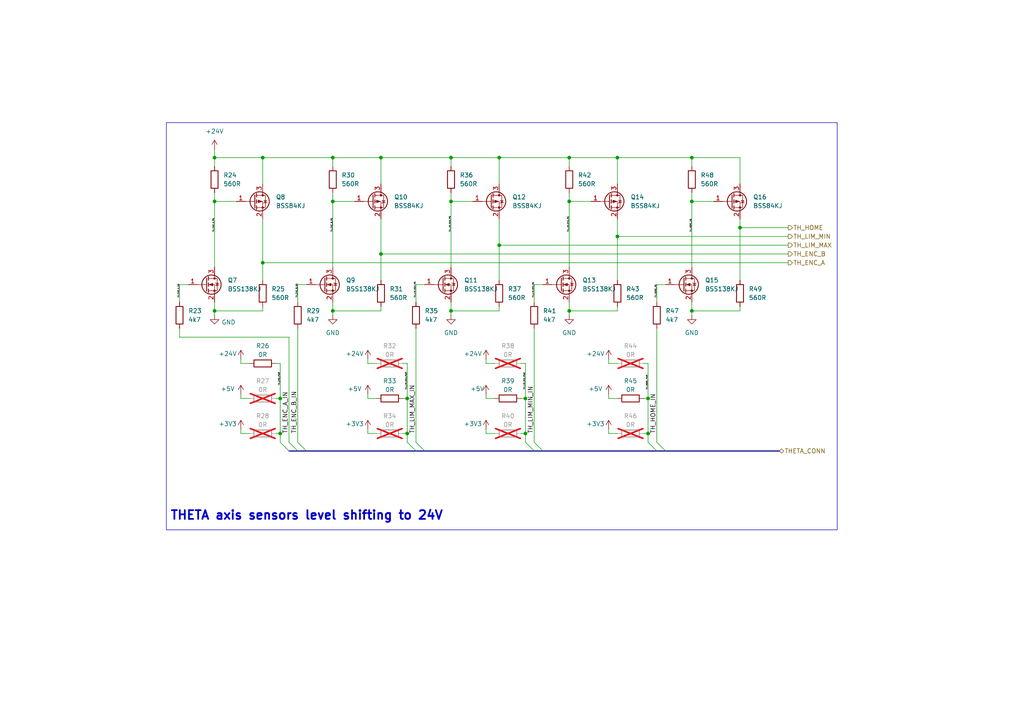
<source format=kicad_sch>
(kicad_sch (version 20231120) (generator "eeschema") (generator_version "8.0")
  (paper "A4")
  (title_block (title "Karcsi (INDACT Robot Arm) - Aux. Control Board 3") (date "2024-05-04") (rev "1.0") (company "LEGO Kör (legokor.hu)") (comment 1 "Designed by Panka Horváth, Gergely Halász, Máté Kovács") (comment 2 "Reviewed by Máté Kovács, "))
  (lib_symbols
    (symbol "Device:R" (pin_numbers hide) (pin_names (offset 0))
      (property "Reference" "R" (at 2.032 0 90))
      (property "Value" "R" (at 0 0 90))
      (symbol "R_0_1"
        (rectangle (start -1.016 -2.54) (end 1.016 2.54) (stroke (width 0.254)))
      )
      (symbol "R_1_1"
        (pin passive line (at 0 3.81 270) (length 1.27) (name "~") (number "1"))
        (pin passive line (at 0 -3.81 90) (length 1.27) (name "~") (number "2"))
      )
    )
    (symbol "Transistor_FET:BSS138" (pin_names hide)
      (property "Reference" "Q" (at 5.08 1.905 0))
      (property "Value" "BSS138" (at 5.08 0 0))
      (symbol "BSS138_0_1"
        (polyline (pts (xy 0.254 0) (xy -2.54 0)))
        (polyline (pts (xy 0.254 1.905) (xy 0.254 -1.905)) (stroke (width 0.254)))
        (polyline (pts (xy 0.762 -1.27) (xy 0.762 -2.286)) (stroke (width 0.254)))
        (polyline (pts (xy 0.762 0.508) (xy 0.762 -0.508)) (stroke (width 0.254)))
        (polyline (pts (xy 0.762 2.286) (xy 0.762 1.27)) (stroke (width 0.254)))
        (polyline (pts (xy 2.54 2.54) (xy 2.54 1.778)))
        (polyline (pts (xy 2.54 -2.54) (xy 2.54 0) (xy 0.762 0)))
        (polyline (pts (xy 0.762 -1.778) (xy 3.302 -1.778) (xy 3.302 1.778) (xy 0.762 1.778)))
        (polyline (pts (xy 1.016 0) (xy 2.032 0.381) (xy 2.032 -0.381) (xy 1.016 0)) (fill (type outline)))
        (polyline (pts (xy 2.794 0.508) (xy 2.921 0.381) (xy 3.683 0.381) (xy 3.81 0.254)))
        (polyline (pts (xy 3.302 0.381) (xy 2.921 -0.254) (xy 3.683 -0.254) (xy 3.302 0.381)))
        (circle (center 1.651 0) (radius 2.794) (stroke (width 0.254)))
        (circle (center 2.54 -1.778) (radius 0.254) (fill (type outline)))
        (circle (center 2.54 1.778) (radius 0.254) (fill (type outline)))
      )
      (symbol "BSS138_1_1"
        (pin input line (at -5.08 0 0) (length 2.54) (name "G") (number "1"))
        (pin passive line (at 2.54 -5.08 90) (length 2.54) (name "S") (number "2"))
        (pin passive line (at 2.54 5.08 270) (length 2.54) (name "D") (number "3"))
      )
    )
    (symbol "Transistor_FET:BSS84" (pin_names hide)
      (property "Reference" "Q" (at 5.08 1.905 0))
      (property "Value" "BSS84" (at 5.08 0 0))
      (symbol "BSS84_0_1"
        (polyline (pts (xy 0.254 0) (xy -2.54 0)))
        (polyline (pts (xy 0.254 1.905) (xy 0.254 -1.905)) (stroke (width 0.254)))
        (polyline (pts (xy 0.762 -1.27) (xy 0.762 -2.286)) (stroke (width 0.254)))
        (polyline (pts (xy 0.762 0.508) (xy 0.762 -0.508)) (stroke (width 0.254)))
        (polyline (pts (xy 0.762 2.286) (xy 0.762 1.27)) (stroke (width 0.254)))
        (polyline (pts (xy 2.54 2.54) (xy 2.54 1.778)))
        (polyline (pts (xy 2.54 -2.54) (xy 2.54 0) (xy 0.762 0)))
        (polyline (pts (xy 0.762 1.778) (xy 3.302 1.778) (xy 3.302 -1.778) (xy 0.762 -1.778)))
        (polyline (pts (xy 2.286 0) (xy 1.27 0.381) (xy 1.27 -0.381) (xy 2.286 0)) (fill (type outline)))
        (polyline (pts (xy 2.794 -0.508) (xy 2.921 -0.381) (xy 3.683 -0.381) (xy 3.81 -0.254)))
        (polyline (pts (xy 3.302 -0.381) (xy 2.921 0.254) (xy 3.683 0.254) (xy 3.302 -0.381)))
        (circle (center 1.651 0) (radius 2.794) (stroke (width 0.254)))
        (circle (center 2.54 -1.778) (radius 0.254) (fill (type outline)))
        (circle (center 2.54 1.778) (radius 0.254) (fill (type outline)))
      )
      (symbol "BSS84_1_1"
        (pin input line (at -5.08 0 0) (length 2.54) (name "G") (number "1"))
        (pin passive line (at 2.54 -5.08 90) (length 2.54) (name "S") (number "2"))
        (pin passive line (at 2.54 5.08 270) (length 2.54) (name "D") (number "3"))
      )
    )
    (symbol "power:+24V" (power) (pin_numbers hide) (pin_names (offset 0) hide)
      (property "Value" "+24V" (at 0 3.556 0))
      (symbol "+24V_0_1"
        (polyline (pts (xy -0.762 1.27) (xy 0 2.54)))
        (polyline (pts (xy 0 0) (xy 0 2.54)))
        (polyline (pts (xy 0 2.54) (xy 0.762 1.27)))
      )
      (symbol "+24V_1_1"
        (pin power_in line (at 0 0 90) (length 0) (name "~") (number "1"))
      )
    )
    (symbol "power:+3V3" (power) (pin_numbers hide) (pin_names (offset 0) hide)
      (property "Value" "+3V3" (at 0 3.556 0))
      (symbol "+3V3_0_1"
        (polyline (pts (xy -0.762 1.27) (xy 0 2.54)))
        (polyline (pts (xy 0 0) (xy 0 2.54)))
        (polyline (pts (xy 0 2.54) (xy 0.762 1.27)))
      )
      (symbol "+3V3_1_1"
        (pin power_in line (at 0 0 90) (length 0) (name "~") (number "1"))
      )
    )
    (symbol "power:+5V" (power) (pin_numbers hide) (pin_names (offset 0) hide)
      (property "Value" "+5V" (at 0 3.556 0))
      (symbol "+5V_0_1"
        (polyline (pts (xy -0.762 1.27) (xy 0 2.54)))
        (polyline (pts (xy 0 0) (xy 0 2.54)))
        (polyline (pts (xy 0 2.54) (xy 0.762 1.27)))
      )
      (symbol "+5V_1_1"
        (pin power_in line (at 0 0 90) (length 0) (name "~") (number "1"))
      )
    )
    (symbol "power:GND" (power) (pin_numbers hide) (pin_names (offset 0) hide)
      (property "Value" "GND" (at 0 -3.81 0))
      (symbol "GND_0_1"
        (polyline (pts (xy 0 0) (xy 0 -1.27) (xy 1.27 -1.27) (xy 0 -2.54) (xy -1.27 -1.27) (xy 0 -1.27)))
      )
      (symbol "GND_1_1"
        (pin power_in line (at 0 0 270) (length 0) (name "~") (number "1"))
      )
    )
  )
  (junction (at 76.2 45.72))
  (junction (at 62.23 58.42))
  (junction (at 165.1 90.17))
  (junction (at 96.52 45.72))
  (junction (at 110.49 73.66))
  (junction (at 200.66 45.72))
  (junction (at 144.78 71.12))
  (junction (at 96.52 90.17))
  (junction (at 214.63 66.04))
  (junction (at 130.81 90.17))
  (junction (at 187.96 125.73))
  (junction (at 76.2 76.2))
  (junction (at 152.4 115.57))
  (junction (at 200.66 58.42))
  (junction (at 62.23 45.72))
  (junction (at 152.4 125.73))
  (junction (at 118.11 115.57))
  (junction (at 118.11 125.73))
  (junction (at 144.78 45.72))
  (junction (at 110.49 45.72))
  (junction (at 200.66 90.17))
  (junction (at 62.23 90.17))
  (junction (at 81.28 125.73))
  (junction (at 165.1 45.72))
  (junction (at 130.81 45.72))
  (junction (at 96.52 58.42))
  (junction (at 130.81 58.42))
  (junction (at 81.28 115.57))
  (junction (at 179.07 45.72))
  (junction (at 165.1 58.42))
  (junction (at 187.96 115.57))
  (junction (at 179.07 68.58))
  (bus_entry (at 120.65 128.27) (size 2.54 2.54))
  (bus_entry (at 86.36 128.27) (size 2.54 2.54))
  (bus_entry (at 81.28 128.27) (size 2.54 2.54))
  (bus_entry (at 187.96 128.27) (size 2.54 2.54))
  (bus_entry (at 83.82 128.27) (size 2.54 2.54))
  (bus_entry (at 152.4 128.27) (size 2.54 2.54))
  (bus_entry (at 118.11 128.27) (size 2.54 2.54))
  (bus_entry (at 190.5 128.27) (size 2.54 2.54))
  (bus_entry (at 154.94 128.27) (size 2.54 2.54))
  (wire (pts (xy 120.65 95.25) (xy 120.65 128.27)))
  (wire (pts (xy 165.1 87.63) (xy 165.1 90.17)))
  (wire (pts (xy 179.07 45.72) (xy 200.66 45.72)))
  (wire (pts (xy 152.4 128.27) (xy 152.4 125.73)))
  (wire (pts (xy 176.53 115.57) (xy 176.53 114.3)))
  (wire (pts (xy 76.2 76.2) (xy 228.6 76.2)))
  (wire (pts (xy 214.63 66.04) (xy 214.63 81.28)))
  (wire (pts (xy 96.52 58.42) (xy 96.52 77.47)))
  (wire (pts (xy 144.78 90.17) (xy 130.81 90.17)))
  (wire (pts (xy 179.07 63.5) (xy 179.07 68.58)))
  (wire (pts (xy 83.82 128.27) (xy 83.82 97.79)))
  (wire (pts (xy 214.63 66.04) (xy 228.6 66.04)))
  (wire (pts (xy 152.4 115.57) (xy 151.13 115.57)))
  (wire (pts (xy 72.39 115.57) (xy 69.85 115.57)))
  (wire (pts (xy 143.51 115.57) (xy 140.97 115.57)))
  (wire (pts (xy 69.85 105.41) (xy 69.85 104.14)))
  (wire (pts (xy 62.23 87.63) (xy 62.23 90.17)))
  (wire (pts (xy 110.49 45.72) (xy 130.81 45.72)))
  (wire (pts (xy 200.66 58.42) (xy 200.66 77.47)))
  (wire (pts (xy 140.97 105.41) (xy 140.97 104.14)))
  (wire (pts (xy 130.81 55.88) (xy 130.81 58.42)))
  (wire (pts (xy 190.5 95.25) (xy 190.5 128.27)))
  (wire (pts (xy 96.52 90.17) (xy 96.52 91.44)))
  (wire (pts (xy 120.65 87.63) (xy 120.65 82.55)))
  (wire (pts (xy 52.07 95.25) (xy 52.07 97.79)))
  (wire (pts (xy 179.07 68.58) (xy 228.6 68.58)))
  (bus (pts (xy 157.48 130.81) (xy 190.5 130.81)))
  (wire (pts (xy 200.66 87.63) (xy 200.66 90.17)))
  (wire (pts (xy 118.11 128.27) (xy 118.11 125.73)))
  (wire (pts (xy 118.11 115.57) (xy 118.11 105.41)))
  (wire (pts (xy 200.66 90.17) (xy 200.66 91.44)))
  (wire (pts (xy 106.68 125.73) (xy 106.68 124.46)))
  (wire (pts (xy 179.07 90.17) (xy 165.1 90.17)))
  (wire (pts (xy 143.51 105.41) (xy 140.97 105.41)))
  (wire (pts (xy 152.4 125.73) (xy 152.4 115.57)))
  (wire (pts (xy 81.28 125.73) (xy 81.28 115.57)))
  (wire (pts (xy 62.23 45.72) (xy 76.2 45.72)))
  (wire (pts (xy 152.4 105.41) (xy 151.13 105.41)))
  (wire (pts (xy 76.2 90.17) (xy 62.23 90.17)))
  (wire (pts (xy 110.49 63.5) (xy 110.49 73.66)))
  (wire (pts (xy 109.22 125.73) (xy 106.68 125.73)))
  (wire (pts (xy 81.28 115.57) (xy 80.01 115.57)))
  (wire (pts (xy 176.53 125.73) (xy 176.53 124.46)))
  (wire (pts (xy 72.39 125.73) (xy 69.85 125.73)))
  (wire (pts (xy 187.96 115.57) (xy 187.96 105.41)))
  (wire (pts (xy 62.23 90.17) (xy 62.23 91.44)))
  (wire (pts (xy 109.22 115.57) (xy 106.68 115.57)))
  (wire (pts (xy 76.2 45.72) (xy 76.2 53.34)))
  (wire (pts (xy 118.11 115.57) (xy 116.84 115.57)))
  (wire (pts (xy 130.81 87.63) (xy 130.81 90.17)))
  (wire (pts (xy 179.07 105.41) (xy 176.53 105.41)))
  (bus (pts (xy 190.5 130.81) (xy 193.04 130.81)))
  (wire (pts (xy 152.4 125.73) (xy 151.13 125.73)))
  (wire (pts (xy 76.2 45.72) (xy 96.52 45.72)))
  (wire (pts (xy 176.53 105.41) (xy 176.53 104.14)))
  (wire (pts (xy 118.11 125.73) (xy 116.84 125.73)))
  (wire (pts (xy 214.63 88.9) (xy 214.63 90.17)))
  (wire (pts (xy 110.49 73.66) (xy 110.49 81.28)))
  (wire (pts (xy 62.23 45.72) (xy 62.23 48.26)))
  (bus (pts (xy 154.94 130.81) (xy 157.48 130.81)))
  (bus (pts (xy 86.36 130.81) (xy 88.9 130.81)))
  (wire (pts (xy 190.5 87.63) (xy 190.5 82.55)))
  (wire (pts (xy 187.96 125.73) (xy 187.96 115.57)))
  (wire (pts (xy 200.66 55.88) (xy 200.66 58.42)))
  (wire (pts (xy 106.68 105.41) (xy 106.68 104.14)))
  (wire (pts (xy 214.63 63.5) (xy 214.63 66.04)))
  (wire (pts (xy 130.81 45.72) (xy 130.81 48.26)))
  (wire (pts (xy 86.36 95.25) (xy 86.36 128.27)))
  (wire (pts (xy 130.81 58.42) (xy 130.81 77.47)))
  (wire (pts (xy 130.81 90.17) (xy 130.81 91.44)))
  (wire (pts (xy 154.94 82.55) (xy 157.48 82.55)))
  (wire (pts (xy 154.94 87.63) (xy 154.94 82.55)))
  (wire (pts (xy 144.78 88.9) (xy 144.78 90.17)))
  (bus (pts (xy 193.04 130.81) (xy 226.06 130.81)))
  (wire (pts (xy 72.39 105.41) (xy 69.85 105.41)))
  (wire (pts (xy 81.28 125.73) (xy 80.01 125.73)))
  (wire (pts (xy 81.28 115.57) (xy 81.28 105.41)))
  (wire (pts (xy 69.85 115.57) (xy 69.85 114.3)))
  (wire (pts (xy 83.82 97.79) (xy 52.07 97.79)))
  (wire (pts (xy 165.1 45.72) (xy 179.07 45.72)))
  (wire (pts (xy 62.23 43.18) (xy 62.23 45.72)))
  (wire (pts (xy 130.81 45.72) (xy 144.78 45.72)))
  (wire (pts (xy 86.36 82.55) (xy 88.9 82.55)))
  (wire (pts (xy 76.2 88.9) (xy 76.2 90.17)))
  (wire (pts (xy 179.07 68.58) (xy 179.07 81.28)))
  (wire (pts (xy 187.96 125.73) (xy 186.69 125.73)))
  (wire (pts (xy 96.52 45.72) (xy 96.52 48.26)))
  (wire (pts (xy 154.94 95.25) (xy 154.94 128.27)))
  (wire (pts (xy 62.23 58.42) (xy 62.23 77.47)))
  (bus (pts (xy 120.65 130.81) (xy 123.19 130.81)))
  (wire (pts (xy 144.78 45.72) (xy 165.1 45.72)))
  (wire (pts (xy 69.85 125.73) (xy 69.85 124.46)))
  (wire (pts (xy 110.49 45.72) (xy 110.49 53.34)))
  (wire (pts (xy 52.07 87.63) (xy 52.07 82.55)))
  (wire (pts (xy 179.07 88.9) (xy 179.07 90.17)))
  (wire (pts (xy 62.23 55.88) (xy 62.23 58.42)))
  (wire (pts (xy 120.65 82.55) (xy 123.19 82.55)))
  (wire (pts (xy 144.78 71.12) (xy 144.78 81.28)))
  (wire (pts (xy 152.4 115.57) (xy 152.4 105.41)))
  (wire (pts (xy 165.1 58.42) (xy 171.45 58.42)))
  (wire (pts (xy 110.49 88.9) (xy 110.49 90.17)))
  (wire (pts (xy 110.49 90.17) (xy 96.52 90.17)))
  (wire (pts (xy 140.97 115.57) (xy 140.97 114.3)))
  (wire (pts (xy 165.1 90.17) (xy 165.1 91.44)))
  (wire (pts (xy 130.81 58.42) (xy 137.16 58.42)))
  (wire (pts (xy 214.63 45.72) (xy 214.63 53.34)))
  (wire (pts (xy 96.52 55.88) (xy 96.52 58.42)))
  (wire (pts (xy 144.78 63.5) (xy 144.78 71.12)))
  (wire (pts (xy 96.52 45.72) (xy 110.49 45.72)))
  (wire (pts (xy 144.78 71.12) (xy 228.6 71.12)))
  (wire (pts (xy 86.36 87.63) (xy 86.36 82.55)))
  (wire (pts (xy 165.1 55.88) (xy 165.1 58.42)))
  (wire (pts (xy 96.52 58.42) (xy 102.87 58.42)))
  (wire (pts (xy 165.1 45.72) (xy 165.1 48.26)))
  (wire (pts (xy 109.22 105.41) (xy 106.68 105.41)))
  (wire (pts (xy 179.07 115.57) (xy 176.53 115.57)))
  (wire (pts (xy 187.96 105.41) (xy 186.69 105.41)))
  (wire (pts (xy 96.52 87.63) (xy 96.52 90.17)))
  (wire (pts (xy 110.49 73.66) (xy 228.6 73.66)))
  (wire (pts (xy 187.96 115.57) (xy 186.69 115.57)))
  (wire (pts (xy 179.07 45.72) (xy 179.07 53.34)))
  (wire (pts (xy 165.1 58.42) (xy 165.1 77.47)))
  (wire (pts (xy 76.2 76.2) (xy 76.2 81.28)))
  (wire (pts (xy 190.5 82.55) (xy 193.04 82.55)))
  (bus (pts (xy 88.9 130.81) (xy 120.65 130.81)))
  (wire (pts (xy 200.66 58.42) (xy 207.01 58.42)))
  (wire (pts (xy 52.07 82.55) (xy 54.61 82.55)))
  (wire (pts (xy 118.11 125.73) (xy 118.11 115.57)))
  (bus (pts (xy 123.19 130.81) (xy 154.94 130.81)))
  (wire (pts (xy 200.66 45.72) (xy 214.63 45.72)))
  (wire (pts (xy 62.23 58.42) (xy 68.58 58.42)))
  (wire (pts (xy 144.78 45.72) (xy 144.78 53.34)))
  (wire (pts (xy 76.2 63.5) (xy 76.2 76.2)))
  (wire (pts (xy 81.28 128.27) (xy 81.28 125.73)))
  (wire (pts (xy 200.66 45.72) (xy 200.66 48.26)))
  (wire (pts (xy 140.97 125.73) (xy 140.97 124.46)))
  (wire (pts (xy 187.96 128.27) (xy 187.96 125.73)))
  (wire (pts (xy 81.28 105.41) (xy 80.01 105.41)))
  (wire (pts (xy 214.63 90.17) (xy 200.66 90.17)))
  (wire (pts (xy 143.51 125.73) (xy 140.97 125.73)))
  (wire (pts (xy 179.07 125.73) (xy 176.53 125.73)))
  (wire (pts (xy 106.68 115.57) (xy 106.68 114.3)))
  (bus (pts (xy 83.82 130.81) (xy 86.36 130.81)))
  (wire (pts (xy 118.11 105.41) (xy 116.84 105.41)))
  (rectangle (start 48.26 35.56) (end 242.824 153.67))
  (text "THETA axis sensors level shifting to 24V" (at 49.276 149.606 0) (effects (font (size 2.54 2.54) (bold yes)) (justify left)))
  (label "TH_LIM_MAX_PG" (at 130.81 67.31 90) (effects (font (size 0.4 0.4))))
  (label "TH_LIM_MIN_IN" (at 154.94 125.73 90))
  (label "TH_ENC_A_NG" (at 52.07 86.36 90) (effects (font (size 0.4 0.4))))
  (label "TH_LIM_MAX_PWR" (at 118.11 113.03 90) (effects (font (size 0.4 0.4))))
  (label "TH_LIM_MIN_PG" (at 165.1 67.31 90) (effects (font (size 0.4 0.4))))
  (label "TH_LIM_MIN_NG" (at 154.94 86.36 90) (effects (font (size 0.4 0.4))))
  (label "TH_ENC_A_PG" (at 62.23 67.31 90) (effects (font (size 0.4 0.4))))
  (label "TH_ENC_B_PG" (at 96.52 67.31 90) (effects (font (size 0.4 0.4))))
  (label "TH_HOME_IN" (at 190.5 125.73 90))
  (label "TH_HOME_PWR" (at 187.96 113.03 90) (effects (font (size 0.4 0.4))))
  (label "TH_LIM_MAX_NG" (at 120.65 86.36 90) (effects (font (size 0.4 0.4))))
  (label "TH_ENC_A_IN" (at 83.82 125.73 90))
  (label "TH_ENC_B_NG" (at 86.36 86.36 90) (effects (font (size 0.4 0.4))))
  (label "TH_HOME_PG" (at 190.5 86.36 90) (effects (font (size 0.4 0.4))))
  (label "TH_LIM_MAX_IN" (at 120.65 125.73 90))
  (label "TH_HOME_NG" (at 200.66 67.31 90) (effects (font (size 0.4 0.4))))
  (label "TH_LIM_MIN_PWR" (at 152.4 113.03 90) (effects (font (size 0.4 0.4))))
  (label "TH_ENC_B_IN" (at 86.36 125.73 90))
  (label "TH_ENC_PWR" (at 81.28 111.76 90) (effects (font (size 0.4 0.4))))
  (hierarchical_label "TH_ENC_B" (shape output) (at 228.6 73.66 0))
  (hierarchical_label "TH_LIM_MAX" (shape output) (at 228.6 71.12 0))
  (hierarchical_label "TH_HOME" (shape output) (at 228.6 66.04 0))
  (hierarchical_label "TH_ENC_A" (shape output) (at 228.6 76.2 0))
  (hierarchical_label "THETA_CONN" (shape bidirectional) (at 226.06 130.81 0))
  (hierarchical_label "TH_LIM_MIN" (shape output) (at 228.6 68.58 0))
  (symbol (lib_id "power:+5V") (at 69.85 114.3 0) (unit 1)
    (property "Reference" "#PWR028" (effects (hide yes)))
    (property "Value" "+5V" (at 66.04 112.776 0))
    (property "Description" "Power symbol creates a global label with name \"+5V\"" (effects (hide yes)))
  )
  (symbol (lib_id "Transistor_FET:BSS138") (at 162.56 82.55 0) (unit 1)
    (property "Reference" "Q13" (at 168.91 81.2799 0) (effects (justify left)))
    (property "Value" "BSS138KJ" (at 168.91 83.8199 0) (effects (justify left)))
    (property "Footprint" "Package_TO_SOT_SMD:SOT-23" (effects (hide yes)))
    (property "Datasheet" "https://lomex.hu/pdf/yet/(yet)_bss138kj.pdf" (effects (hide yes)))
    (property "Description" "50V Vds, 0.22A Id, N-Channel MOSFET, SOT-23" (effects (hide yes)))
    (property "Supplier" "Lomex" (effects (hide yes)))
    (property "Supplier URL" "https://lomex.hu/hu/webshop/#page,0/search,86-07-11/stype,1" (effects (hide yes)))
    (property "Supplier item no" "86-07-11" (effects (hide yes)))
    (property "Sourced" "1" (effects (hide yes)))
  )
  (symbol (lib_id "power:+5V") (at 176.53 114.3 0) (unit 1)
    (property "Reference" "#PWR043" (effects (hide yes)))
    (property "Value" "+5V" (at 172.72 112.776 0))
    (property "Description" "Power symbol creates a global label with name \"+5V\"" (effects (hide yes)))
  )
  (symbol (lib_id "Transistor_FET:BSS84") (at 107.95 58.42 0) (unit 1)
    (property "Reference" "Q10" (at 114.3 57.1499 0) (effects (justify left)))
    (property "Value" "BSS84KJ" (at 114.3 59.6899 0) (effects (justify left)))
    (property "Footprint" "Package_TO_SOT_SMD:SOT-23" (effects (hide yes)))
    (property "Datasheet" "https://lomex.hu/pdf/yet/(yet)_bss84kj.pdf" (effects (hide yes)))
    (property "Description" "-0.13A Id, -50V Vds, P-Channel MOSFET, SOT-23" (effects (hide yes)))
    (property "Sourced" "0" (effects (hide yes)))
    (property "Supplier" "Lomex" (effects (hide yes)))
    (property "Supplier URL" "https://lomex.hu/hu/webshop/#page,0/search,86-07-17/stype,1" (effects (hide yes)))
    (property "Supplier item no" "86-07-17" (effects (hide yes)))
  )
  (symbol (lib_id "power:GND") (at 200.66 91.44 0) (unit 1)
    (property "Reference" "#PWR046" (effects (hide yes)))
    (property "Value" "GND" (at 200.66 96.52 0))
    (property "Description" "Power symbol creates a global label with name \"GND\" , ground" (effects (hide yes)))
  )
  (symbol (lib_id "Device:R") (at 130.81 52.07 0) (unit 1)
    (property "Reference" "R36" (at 133.35 50.7999 0) (effects (justify left)))
    (property "Value" "560R" (at 133.35 53.3399 0) (effects (justify left)))
    (property "Footprint" "Resistor_SMD:R_0805_2012Metric_Pad1.20x1.40mm_HandSolder" (effects (hide yes)))
    (property "Description" "Resistor" (effects (hide yes)))
    (property "Supplier" "Lomex" (effects (hide yes)))
    (property "Supplier item no" "81-10-84" (effects (hide yes)))
    (property "Sourced" "1" (effects (hide yes)))
  )
  (symbol (lib_id "power:+3V3") (at 140.97 124.46 0) (unit 1)
    (property "Reference" "#PWR039" (effects (hide yes)))
    (property "Value" "+3V3" (at 137.16 122.936 0))
    (property "Description" "Power symbol creates a global label with name \"+3V3\"" (effects (hide yes)))
  )
  (symbol (lib_id "Device:R") (at 182.88 115.57 90) (unit 1)
    (property "Reference" "R45" (at 182.88 110.49 90))
    (property "Value" "0R" (at 182.88 113.03 90))
    (property "Footprint" "Resistor_SMD:R_0805_2012Metric_Pad1.20x1.40mm_HandSolder" (effects (hide yes)))
    (property "Description" "Resistor" (effects (hide yes)))
    (property "Supplier" "LCSC" (effects (hide yes)))
    (property "Supplier URL" "https://www.lcsc.com/product-detail/Chip-Resistor-Surface-Mount_Viking-Tech-CR-05FL7-0R_C304192.html" (effects (hide yes)))
    (property "Supplier item no" "C304192" (effects (hide yes)))
    (property "Sourced" "0" (effects (hide yes)))
  )
  (symbol (lib_id "Device:R") (at 76.2 85.09 0) (unit 1)
    (property "Reference" "R25" (at 78.74 83.8199 0) (effects (justify left)))
    (property "Value" "560R" (at 78.74 86.3599 0) (effects (justify left)))
    (property "Footprint" "Resistor_SMD:R_0805_2012Metric_Pad1.20x1.40mm_HandSolder" (effects (hide yes)))
    (property "Description" "Resistor" (effects (hide yes)))
    (property "Supplier" "Lomex" (effects (hide yes)))
    (property "Supplier item no" "81-10-84" (effects (hide yes)))
    (property "Sourced" "1" (effects (hide yes)))
  )
  (symbol (lib_id "power:+3V3") (at 106.68 124.46 0) (unit 1)
    (property "Reference" "#PWR034" (effects (hide yes)))
    (property "Value" "+3V3" (at 102.87 122.936 0))
    (property "Description" "Power symbol creates a global label with name \"+3V3\"" (effects (hide yes)))
  )
  (symbol (lib_id "power:+24V") (at 62.23 43.18 0) (unit 1)
    (property "Reference" "#PWR025" (effects (hide yes)))
    (property "Value" "+24V" (at 62.23 38.1 0))
    (property "Description" "Power symbol creates a global label with name \"+24V\"" (effects (hide yes)))
  )
  (symbol (lib_id "Device:R") (at 144.78 85.09 0) (unit 1)
    (property "Reference" "R37" (at 147.32 83.8199 0) (effects (justify left)))
    (property "Value" "560R" (at 147.32 86.3599 0) (effects (justify left)))
    (property "Footprint" "Resistor_SMD:R_0805_2012Metric_Pad1.20x1.40mm_HandSolder" (effects (hide yes)))
    (property "Description" "Resistor" (effects (hide yes)))
    (property "Supplier" "Lomex" (effects (hide yes)))
    (property "Supplier item no" "81-10-84" (effects (hide yes)))
    (property "Sourced" "1" (effects (hide yes)))
  )
  (symbol (lib_id "Device:R") (at 76.2 115.57 90) (unit 1) (dnp yes)
    (property "Reference" "R27" (at 76.2 110.49 90))
    (property "Value" "0R" (at 76.2 113.03 90))
    (property "Footprint" "Resistor_SMD:R_0805_2012Metric_Pad1.20x1.40mm_HandSolder" (effects (hide yes)))
    (property "Description" "Resistor" (effects (hide yes)))
    (property "Supplier" "LCSC" (effects (hide yes)))
    (property "Supplier URL" "https://www.lcsc.com/product-detail/Chip-Resistor-Surface-Mount_Viking-Tech-CR-05FL7-0R_C304192.html" (effects (hide yes)))
    (property "Supplier item no" "C304192" (effects (hide yes)))
    (property "Sourced" "0" (effects (hide yes)))
  )
  (symbol (lib_id "power:GND") (at 62.23 91.44 0) (unit 1)
    (property "Reference" "#PWR026" (effects (hide yes)))
    (property "Value" "GND" (at 66.294 93.472 0))
    (property "Description" "Power symbol creates a global label with name \"GND\" , ground" (effects (hide yes)))
  )
  (symbol (lib_id "Device:R") (at 52.07 91.44 0) (unit 1)
    (property "Reference" "R23" (at 54.61 90.1699 0) (effects (justify left)))
    (property "Value" "4k7" (at 54.61 92.7099 0) (effects (justify left)))
    (property "Footprint" "Resistor_SMD:R_0805_2012Metric_Pad1.20x1.40mm_HandSolder" (effects (hide yes)))
    (property "Description" "Resistor" (effects (hide yes)))
    (property "Supplier" "Lomex" (effects (hide yes)))
    (property "Supplier item no" "81-10-95" (effects (hide yes)))
    (property "Sourced" "1" (effects (hide yes)))
  )
  (symbol (lib_id "power:GND") (at 96.52 91.44 0) (unit 1)
    (property "Reference" "#PWR031" (effects (hide yes)))
    (property "Value" "GND" (at 96.52 96.52 0))
    (property "Description" "Power symbol creates a global label with name \"GND\" , ground" (effects (hide yes)))
  )
  (symbol (lib_id "Device:R") (at 179.07 85.09 0) (unit 1)
    (property "Reference" "R43" (at 181.61 83.8199 0) (effects (justify left)))
    (property "Value" "560R" (at 181.61 86.3599 0) (effects (justify left)))
    (property "Footprint" "Resistor_SMD:R_0805_2012Metric_Pad1.20x1.40mm_HandSolder" (effects (hide yes)))
    (property "Description" "Resistor" (effects (hide yes)))
    (property "Supplier" "Lomex" (effects (hide yes)))
    (property "Supplier item no" "81-10-84" (effects (hide yes)))
    (property "Sourced" "1" (effects (hide yes)))
  )
  (symbol (lib_id "Transistor_FET:BSS84") (at 176.53 58.42 0) (unit 1)
    (property "Reference" "Q14" (at 182.88 57.1499 0) (effects (justify left)))
    (property "Value" "BSS84KJ" (at 182.88 59.6899 0) (effects (justify left)))
    (property "Footprint" "Package_TO_SOT_SMD:SOT-23" (effects (hide yes)))
    (property "Datasheet" "https://lomex.hu/pdf/yet/(yet)_bss84kj.pdf" (effects (hide yes)))
    (property "Description" "-0.13A Id, -50V Vds, P-Channel MOSFET, SOT-23" (effects (hide yes)))
    (property "Sourced" "0" (effects (hide yes)))
    (property "Supplier" "Lomex" (effects (hide yes)))
    (property "Supplier URL" "https://lomex.hu/hu/webshop/#page,0/search,86-07-17/stype,1" (effects (hide yes)))
    (property "Supplier item no" "86-07-17" (effects (hide yes)))
  )
  (symbol (lib_id "Device:R") (at 147.32 115.57 90) (unit 1)
    (property "Reference" "R39" (at 147.32 110.49 90))
    (property "Value" "0R" (at 147.32 113.03 90))
    (property "Footprint" "Resistor_SMD:R_0805_2012Metric_Pad1.20x1.40mm_HandSolder" (effects (hide yes)))
    (property "Description" "Resistor" (effects (hide yes)))
    (property "Supplier" "LCSC" (effects (hide yes)))
    (property "Supplier URL" "https://www.lcsc.com/product-detail/Chip-Resistor-Surface-Mount_Viking-Tech-CR-05FL7-0R_C304192.html" (effects (hide yes)))
    (property "Supplier item no" "C304192" (effects (hide yes)))
    (property "Sourced" "0" (effects (hide yes)))
  )
  (symbol (lib_id "Device:R") (at 200.66 52.07 0) (unit 1)
    (property "Reference" "R48" (at 203.2 50.7999 0) (effects (justify left)))
    (property "Value" "560R" (at 203.2 53.3399 0) (effects (justify left)))
    (property "Footprint" "Resistor_SMD:R_0805_2012Metric_Pad1.20x1.40mm_HandSolder" (effects (hide yes)))
    (property "Description" "Resistor" (effects (hide yes)))
    (property "Supplier" "Lomex" (effects (hide yes)))
    (property "Supplier item no" "81-10-84" (effects (hide yes)))
    (property "Sourced" "1" (effects (hide yes)))
  )
  (symbol (lib_id "Device:R") (at 76.2 125.73 90) (unit 1) (dnp yes)
    (property "Reference" "R28" (at 76.2 120.65 90))
    (property "Value" "0R" (at 76.2 123.19 90))
    (property "Footprint" "Resistor_SMD:R_0805_2012Metric_Pad1.20x1.40mm_HandSolder" (effects (hide yes)))
    (property "Description" "Resistor" (effects (hide yes)))
    (property "Supplier" "LCSC" (effects (hide yes)))
    (property "Supplier URL" "https://www.lcsc.com/product-detail/Chip-Resistor-Surface-Mount_Viking-Tech-CR-05FL7-0R_C304192.html" (effects (hide yes)))
    (property "Supplier item no" "C304192" (effects (hide yes)))
    (property "Sourced" "0" (effects (hide yes)))
  )
  (symbol (lib_id "Device:R") (at 214.63 85.09 0) (unit 1)
    (property "Reference" "R49" (at 217.17 83.8199 0) (effects (justify left)))
    (property "Value" "560R" (at 217.17 86.3599 0) (effects (justify left)))
    (property "Footprint" "Resistor_SMD:R_0805_2012Metric_Pad1.20x1.40mm_HandSolder" (effects (hide yes)))
    (property "Description" "Resistor" (effects (hide yes)))
    (property "Supplier" "Lomex" (effects (hide yes)))
    (property "Supplier item no" "81-10-84" (effects (hide yes)))
    (property "Sourced" "1" (effects (hide yes)))
  )
  (symbol (lib_id "power:+24V") (at 69.85 104.14 0) (unit 1)
    (property "Reference" "#PWR027" (effects (hide yes)))
    (property "Value" "+24V" (at 66.04 102.616 0))
    (property "Description" "Power symbol creates a global label with name \"+24V\"" (effects (hide yes)))
  )
  (symbol (lib_id "Device:R") (at 154.94 91.44 0) (unit 1)
    (property "Reference" "R41" (at 157.48 90.1699 0) (effects (justify left)))
    (property "Value" "4k7" (at 157.48 92.7099 0) (effects (justify left)))
    (property "Footprint" "Resistor_SMD:R_0805_2012Metric_Pad1.20x1.40mm_HandSolder" (effects (hide yes)))
    (property "Description" "Resistor" (effects (hide yes)))
    (property "Supplier" "Lomex" (effects (hide yes)))
    (property "Supplier item no" "81-10-95" (effects (hide yes)))
    (property "Sourced" "1" (effects (hide yes)))
  )
  (symbol (lib_id "Device:R") (at 113.03 105.41 90) (unit 1) (dnp yes)
    (property "Reference" "R32" (at 113.03 100.33 90))
    (property "Value" "0R" (at 113.03 102.87 90))
    (property "Footprint" "Resistor_SMD:R_0805_2012Metric_Pad1.20x1.40mm_HandSolder" (effects (hide yes)))
    (property "Description" "Resistor" (effects (hide yes)))
    (property "Supplier" "LCSC" (effects (hide yes)))
    (property "Supplier URL" "https://www.lcsc.com/product-detail/Chip-Resistor-Surface-Mount_Viking-Tech-CR-05FL7-0R_C304192.html" (effects (hide yes)))
    (property "Supplier item no" "C304192" (effects (hide yes)))
    (property "Sourced" "0" (effects (hide yes)))
  )
  (symbol (lib_id "Transistor_FET:BSS138") (at 93.98 82.55 0) (unit 1)
    (property "Reference" "Q9" (at 100.33 81.2799 0) (effects (justify left)))
    (property "Value" "BSS138KJ" (at 100.33 83.8199 0) (effects (justify left)))
    (property "Footprint" "Package_TO_SOT_SMD:SOT-23" (effects (hide yes)))
    (property "Datasheet" "https://lomex.hu/pdf/yet/(yet)_bss138kj.pdf" (effects (hide yes)))
    (property "Description" "50V Vds, 0.22A Id, N-Channel MOSFET, SOT-23" (effects (hide yes)))
    (property "Supplier" "Lomex" (effects (hide yes)))
    (property "Supplier URL" "https://lomex.hu/hu/webshop/#page,0/search,86-07-11/stype,1" (effects (hide yes)))
    (property "Supplier item no" "86-07-11" (effects (hide yes)))
    (property "Sourced" "1" (effects (hide yes)))
  )
  (symbol (lib_id "Device:R") (at 182.88 105.41 90) (unit 1) (dnp yes)
    (property "Reference" "R44" (at 182.88 100.33 90))
    (property "Value" "0R" (at 182.88 102.87 90))
    (property "Footprint" "Resistor_SMD:R_0805_2012Metric_Pad1.20x1.40mm_HandSolder" (effects (hide yes)))
    (property "Description" "Resistor" (effects (hide yes)))
    (property "Supplier" "LCSC" (effects (hide yes)))
    (property "Supplier URL" "https://www.lcsc.com/product-detail/Chip-Resistor-Surface-Mount_Viking-Tech-CR-05FL7-0R_C304192.html" (effects (hide yes)))
    (property "Supplier item no" "C304192" (effects (hide yes)))
    (property "Sourced" "0" (effects (hide yes)))
  )
  (symbol (lib_id "power:GND") (at 165.1 91.44 0) (unit 1)
    (property "Reference" "#PWR041" (effects (hide yes)))
    (property "Value" "GND" (at 165.1 96.52 0))
    (property "Description" "Power symbol creates a global label with name \"GND\" , ground" (effects (hide yes)))
  )
  (symbol (lib_id "power:+24V") (at 140.97 104.14 0) (unit 1)
    (property "Reference" "#PWR037" (effects (hide yes)))
    (property "Value" "+24V" (at 137.16 102.616 0))
    (property "Description" "Power symbol creates a global label with name \"+24V\"" (effects (hide yes)))
  )
  (symbol (lib_id "Device:R") (at 62.23 52.07 0) (unit 1)
    (property "Reference" "R24" (at 64.77 50.7999 0) (effects (justify left)))
    (property "Value" "560R" (at 64.77 53.3399 0) (effects (justify left)))
    (property "Footprint" "Resistor_SMD:R_0805_2012Metric_Pad1.20x1.40mm_HandSolder" (effects (hide yes)))
    (property "Description" "Resistor" (effects (hide yes)))
    (property "Supplier" "Lomex" (effects (hide yes)))
    (property "Supplier item no" "81-10-84" (effects (hide yes)))
    (property "Sourced" "1" (effects (hide yes)))
  )
  (symbol (lib_id "Transistor_FET:BSS138") (at 59.69 82.55 0) (unit 1)
    (property "Reference" "Q7" (at 66.04 81.2799 0) (effects (justify left)))
    (property "Value" "BSS138KJ" (at 66.04 83.8199 0) (effects (justify left)))
    (property "Footprint" "Package_TO_SOT_SMD:SOT-23" (effects (hide yes)))
    (property "Datasheet" "https://lomex.hu/pdf/yet/(yet)_bss138kj.pdf" (effects (hide yes)))
    (property "Description" "50V Vds, 0.22A Id, N-Channel MOSFET, SOT-23" (effects (hide yes)))
    (property "Supplier" "Lomex" (effects (hide yes)))
    (property "Supplier URL" "https://lomex.hu/hu/webshop/#page,0/search,86-07-11/stype,1" (effects (hide yes)))
    (property "Supplier item no" "86-07-11" (effects (hide yes)))
    (property "Sourced" "1" (effects (hide yes)))
  )
  (symbol (lib_id "Device:R") (at 113.03 125.73 90) (unit 1) (dnp yes)
    (property "Reference" "R34" (at 113.03 120.65 90))
    (property "Value" "0R" (at 113.03 123.19 90))
    (property "Footprint" "Resistor_SMD:R_0805_2012Metric_Pad1.20x1.40mm_HandSolder" (effects (hide yes)))
    (property "Description" "Resistor" (effects (hide yes)))
    (property "Supplier" "LCSC" (effects (hide yes)))
    (property "Supplier URL" "https://www.lcsc.com/product-detail/Chip-Resistor-Surface-Mount_Viking-Tech-CR-05FL7-0R_C304192.html" (effects (hide yes)))
    (property "Supplier item no" "C304192" (effects (hide yes)))
    (property "Sourced" "0" (effects (hide yes)))
  )
  (symbol (lib_id "Device:R") (at 190.5 91.44 0) (unit 1)
    (property "Reference" "R47" (at 193.04 90.1699 0) (effects (justify left)))
    (property "Value" "4k7" (at 193.04 92.7099 0) (effects (justify left)))
    (property "Footprint" "Resistor_SMD:R_0805_2012Metric_Pad1.20x1.40mm_HandSolder" (effects (hide yes)))
    (property "Description" "Resistor" (effects (hide yes)))
    (property "Supplier" "Lomex" (effects (hide yes)))
    (property "Supplier item no" "81-10-95" (effects (hide yes)))
    (property "Sourced" "1" (effects (hide yes)))
  )
  (symbol (lib_id "Device:R") (at 120.65 91.44 0) (unit 1)
    (property "Reference" "R35" (at 123.19 90.1699 0) (effects (justify left)))
    (property "Value" "4k7" (at 123.19 92.7099 0) (effects (justify left)))
    (property "Footprint" "Resistor_SMD:R_0805_2012Metric_Pad1.20x1.40mm_HandSolder" (effects (hide yes)))
    (property "Description" "Resistor" (effects (hide yes)))
    (property "Supplier" "Lomex" (effects (hide yes)))
    (property "Supplier item no" "81-10-95" (effects (hide yes)))
    (property "Sourced" "1" (effects (hide yes)))
  )
  (symbol (lib_id "Transistor_FET:BSS84") (at 73.66 58.42 0) (unit 1)
    (property "Reference" "Q8" (at 80.01 57.1499 0) (effects (justify left)))
    (property "Value" "BSS84KJ" (at 80.01 59.6899 0) (effects (justify left)))
    (property "Footprint" "Package_TO_SOT_SMD:SOT-23" (effects (hide yes)))
    (property "Datasheet" "https://lomex.hu/pdf/yet/(yet)_bss84kj.pdf" (effects (hide yes)))
    (property "Description" "-0.13A Id, -50V Vds, P-Channel MOSFET, SOT-23" (effects (hide yes)))
    (property "Sourced" "0" (effects (hide yes)))
    (property "Supplier" "Lomex" (effects (hide yes)))
    (property "Supplier URL" "https://lomex.hu/hu/webshop/#page,0/search,86-07-17/stype,1" (effects (hide yes)))
    (property "Supplier item no" "86-07-17" (effects (hide yes)))
  )
  (symbol (lib_id "Device:R") (at 147.32 125.73 90) (unit 1) (dnp yes)
    (property "Reference" "R40" (at 147.32 120.65 90))
    (property "Value" "0R" (at 147.32 123.19 90))
    (property "Footprint" "Resistor_SMD:R_0805_2012Metric_Pad1.20x1.40mm_HandSolder" (effects (hide yes)))
    (property "Description" "Resistor" (effects (hide yes)))
    (property "Supplier" "LCSC" (effects (hide yes)))
    (property "Supplier URL" "https://www.lcsc.com/product-detail/Chip-Resistor-Surface-Mount_Viking-Tech-CR-05FL7-0R_C304192.html" (effects (hide yes)))
    (property "Supplier item no" "C304192" (effects (hide yes)))
    (property "Sourced" "0" (effects (hide yes)))
  )
  (symbol (lib_id "Transistor_FET:BSS138") (at 128.27 82.55 0) (unit 1)
    (property "Reference" "Q11" (at 134.62 81.2799 0) (effects (justify left)))
    (property "Value" "BSS138KJ" (at 134.62 83.8199 0) (effects (justify left)))
    (property "Footprint" "Package_TO_SOT_SMD:SOT-23" (effects (hide yes)))
    (property "Datasheet" "https://lomex.hu/pdf/yet/(yet)_bss138kj.pdf" (effects (hide yes)))
    (property "Description" "50V Vds, 0.22A Id, N-Channel MOSFET, SOT-23" (effects (hide yes)))
    (property "Supplier" "Lomex" (effects (hide yes)))
    (property "Supplier URL" "https://lomex.hu/hu/webshop/#page,0/search,86-07-11/stype,1" (effects (hide yes)))
    (property "Supplier item no" "86-07-11" (effects (hide yes)))
    (property "Sourced" "1" (effects (hide yes)))
  )
  (symbol (lib_id "power:+24V") (at 176.53 104.14 0) (unit 1)
    (property "Reference" "#PWR042" (effects (hide yes)))
    (property "Value" "+24V" (at 172.72 102.616 0))
    (property "Description" "Power symbol creates a global label with name \"+24V\"" (effects (hide yes)))
  )
  (symbol (lib_id "power:+5V") (at 106.68 114.3 0) (unit 1)
    (property "Reference" "#PWR033" (effects (hide yes)))
    (property "Value" "+5V" (at 102.87 112.776 0))
    (property "Description" "Power symbol creates a global label with name \"+5V\"" (effects (hide yes)))
  )
  (symbol (lib_id "Transistor_FET:BSS138") (at 198.12 82.55 0) (unit 1)
    (property "Reference" "Q15" (at 204.47 81.2799 0) (effects (justify left)))
    (property "Value" "BSS138KJ" (at 204.47 83.8199 0) (effects (justify left)))
    (property "Footprint" "Package_TO_SOT_SMD:SOT-23" (effects (hide yes)))
    (property "Datasheet" "https://lomex.hu/pdf/yet/(yet)_bss138kj.pdf" (effects (hide yes)))
    (property "Description" "50V Vds, 0.22A Id, N-Channel MOSFET, SOT-23" (effects (hide yes)))
    (property "Supplier" "Lomex" (effects (hide yes)))
    (property "Supplier URL" "https://lomex.hu/hu/webshop/#page,0/search,86-07-11/stype,1" (effects (hide yes)))
    (property "Supplier item no" "86-07-11" (effects (hide yes)))
    (property "Sourced" "1" (effects (hide yes)))
  )
  (symbol (lib_id "Device:R") (at 182.88 125.73 90) (unit 1) (dnp yes)
    (property "Reference" "R46" (at 182.88 120.65 90))
    (property "Value" "0R" (at 182.88 123.19 90))
    (property "Footprint" "Resistor_SMD:R_0805_2012Metric_Pad1.20x1.40mm_HandSolder" (effects (hide yes)))
    (property "Description" "Resistor" (effects (hide yes)))
    (property "Supplier" "LCSC" (effects (hide yes)))
    (property "Supplier URL" "https://www.lcsc.com/product-detail/Chip-Resistor-Surface-Mount_Viking-Tech-CR-05FL7-0R_C304192.html" (effects (hide yes)))
    (property "Supplier item no" "C304192" (effects (hide yes)))
    (property "Sourced" "0" (effects (hide yes)))
  )
  (symbol (lib_id "power:+3V3") (at 69.85 124.46 0) (unit 1)
    (property "Reference" "#PWR029" (effects (hide yes)))
    (property "Value" "+3V3" (at 66.04 122.936 0))
    (property "Description" "Power symbol creates a global label with name \"+3V3\"" (effects (hide yes)))
  )
  (symbol (lib_id "power:GND") (at 130.81 91.44 0) (unit 1)
    (property "Reference" "#PWR036" (effects (hide yes)))
    (property "Value" "GND" (at 130.81 96.52 0))
    (property "Description" "Power symbol creates a global label with name \"GND\" , ground" (effects (hide yes)))
  )
  (symbol (lib_id "Device:R") (at 165.1 52.07 0) (unit 1)
    (property "Reference" "R42" (at 167.64 50.7999 0) (effects (justify left)))
    (property "Value" "560R" (at 167.64 53.3399 0) (effects (justify left)))
    (property "Footprint" "Resistor_SMD:R_0805_2012Metric_Pad1.20x1.40mm_HandSolder" (effects (hide yes)))
    (property "Description" "Resistor" (effects (hide yes)))
    (property "Supplier" "Lomex" (effects (hide yes)))
    (property "Supplier item no" "81-10-84" (effects (hide yes)))
    (property "Sourced" "1" (effects (hide yes)))
  )
  (symbol (lib_id "power:+5V") (at 140.97 114.3 0) (unit 1)
    (property "Reference" "#PWR038" (effects (hide yes)))
    (property "Value" "+5V" (at 138.43 112.776 0))
    (property "Description" "Power symbol creates a global label with name \"+5V\"" (effects (hide yes)))
  )
  (symbol (lib_id "Device:R") (at 147.32 105.41 90) (unit 1) (dnp yes)
    (property "Reference" "R38" (at 147.32 100.33 90))
    (property "Value" "0R" (at 147.32 102.87 90))
    (property "Footprint" "Resistor_SMD:R_0805_2012Metric_Pad1.20x1.40mm_HandSolder" (effects (hide yes)))
    (property "Description" "Resistor" (effects (hide yes)))
    (property "Supplier" "LCSC" (effects (hide yes)))
    (property "Supplier URL" "https://www.lcsc.com/product-detail/Chip-Resistor-Surface-Mount_Viking-Tech-CR-05FL7-0R_C304192.html" (effects (hide yes)))
    (property "Supplier item no" "C304192" (effects (hide yes)))
    (property "Sourced" "0" (effects (hide yes)))
  )
  (symbol (lib_id "power:+24V") (at 106.68 104.14 0) (unit 1)
    (property "Reference" "#PWR032" (effects (hide yes)))
    (property "Value" "+24V" (at 102.87 102.616 0))
    (property "Description" "Power symbol creates a global label with name \"+24V\"" (effects (hide yes)))
  )
  (symbol (lib_id "Device:R") (at 76.2 105.41 90) (unit 1)
    (property "Reference" "R26" (at 76.2 100.33 90))
    (property "Value" "0R" (at 76.2 102.87 90))
    (property "Footprint" "Resistor_SMD:R_0805_2012Metric_Pad1.20x1.40mm_HandSolder" (effects (hide yes)))
    (property "Description" "Resistor" (effects (hide yes)))
    (property "Supplier" "LCSC" (effects (hide yes)))
    (property "Supplier URL" "https://www.lcsc.com/product-detail/Chip-Resistor-Surface-Mount_Viking-Tech-CR-05FL7-0R_C304192.html" (effects (hide yes)))
    (property "Supplier item no" "C304192" (effects (hide yes)))
    (property "Sourced" "0" (effects (hide yes)))
  )
  (symbol (lib_id "Transistor_FET:BSS84") (at 212.09 58.42 0) (unit 1)
    (property "Reference" "Q16" (at 218.44 57.1499 0) (effects (justify left)))
    (property "Value" "BSS84KJ" (at 218.44 59.6899 0) (effects (justify left)))
    (property "Footprint" "Package_TO_SOT_SMD:SOT-23" (effects (hide yes)))
    (property "Datasheet" "https://lomex.hu/pdf/yet/(yet)_bss84kj.pdf" (effects (hide yes)))
    (property "Description" "-0.13A Id, -50V Vds, P-Channel MOSFET, SOT-23" (effects (hide yes)))
    (property "Sourced" "0" (effects (hide yes)))
    (property "Supplier" "Lomex" (effects (hide yes)))
    (property "Supplier URL" "https://lomex.hu/hu/webshop/#page,0/search,86-07-17/stype,1" (effects (hide yes)))
    (property "Supplier item no" "86-07-17" (effects (hide yes)))
  )
  (symbol (lib_id "Transistor_FET:BSS84") (at 142.24 58.42 0) (unit 1)
    (property "Reference" "Q12" (at 148.59 57.1499 0) (effects (justify left)))
    (property "Value" "BSS84KJ" (at 148.59 59.6899 0) (effects (justify left)))
    (property "Footprint" "Package_TO_SOT_SMD:SOT-23" (effects (hide yes)))
    (property "Datasheet" "https://lomex.hu/pdf/yet/(yet)_bss84kj.pdf" (effects (hide yes)))
    (property "Description" "-0.13A Id, -50V Vds, P-Channel MOSFET, SOT-23" (effects (hide yes)))
    (property "Sourced" "0" (effects (hide yes)))
    (property "Supplier" "Lomex" (effects (hide yes)))
    (property "Supplier URL" "https://lomex.hu/hu/webshop/#page,0/search,86-07-17/stype,1" (effects (hide yes)))
    (property "Supplier item no" "86-07-17" (effects (hide yes)))
  )
  (symbol (lib_id "Device:R") (at 113.03 115.57 90) (unit 1)
    (property "Reference" "R33" (at 113.03 110.49 90))
    (property "Value" "0R" (at 113.03 113.03 90))
    (property "Footprint" "Resistor_SMD:R_0805_2012Metric_Pad1.20x1.40mm_HandSolder" (effects (hide yes)))
    (property "Description" "Resistor" (effects (hide yes)))
    (property "Supplier" "LCSC" (effects (hide yes)))
    (property "Supplier URL" "https://www.lcsc.com/product-detail/Chip-Resistor-Surface-Mount_Viking-Tech-CR-05FL7-0R_C304192.html" (effects (hide yes)))
    (property "Supplier item no" "C304192" (effects (hide yes)))
    (property "Sourced" "0" (effects (hide yes)))
  )
  (symbol (lib_id "power:+3V3") (at 176.53 124.46 0) (unit 1)
    (property "Reference" "#PWR044" (effects (hide yes)))
    (property "Value" "+3V3" (at 172.72 122.936 0))
    (property "Description" "Power symbol creates a global label with name \"+3V3\"" (effects (hide yes)))
  )
  (symbol (lib_id "Device:R") (at 96.52 52.07 0) (unit 1)
    (property "Reference" "R30" (at 99.06 50.7999 0) (effects (justify left)))
    (property "Value" "560R" (at 99.06 53.3399 0) (effects (justify left)))
    (property "Footprint" "Resistor_SMD:R_0805_2012Metric_Pad1.20x1.40mm_HandSolder" (effects (hide yes)))
    (property "Description" "Resistor" (effects (hide yes)))
    (property "Supplier" "Lomex" (effects (hide yes)))
    (property "Supplier item no" "81-10-84" (effects (hide yes)))
    (property "Sourced" "1" (effects (hide yes)))
  )
  (symbol (lib_id "Device:R") (at 110.49 85.09 0) (unit 1)
    (property "Reference" "R31" (at 113.03 83.8199 0) (effects (justify left)))
    (property "Value" "560R" (at 113.03 86.3599 0) (effects (justify left)))
    (property "Footprint" "Resistor_SMD:R_0805_2012Metric_Pad1.20x1.40mm_HandSolder" (effects (hide yes)))
    (property "Description" "Resistor" (effects (hide yes)))
    (property "Supplier" "Lomex" (effects (hide yes)))
    (property "Supplier item no" "81-10-84" (effects (hide yes)))
    (property "Sourced" "1" (effects (hide yes)))
  )
  (symbol (lib_id "Device:R") (at 86.36 91.44 0) (unit 1)
    (property "Reference" "R29" (at 88.9 90.1699 0) (effects (justify left)))
    (property "Value" "4k7" (at 88.9 92.7099 0) (effects (justify left)))
    (property "Footprint" "Resistor_SMD:R_0805_2012Metric_Pad1.20x1.40mm_HandSolder" (effects (hide yes)))
    (property "Description" "Resistor" (effects (hide yes)))
    (property "Supplier" "Lomex" (effects (hide yes)))
    (property "Supplier item no" "81-10-95" (effects (hide yes)))
    (property "Sourced" "1" (effects (hide yes)))
  )
)
</source>
